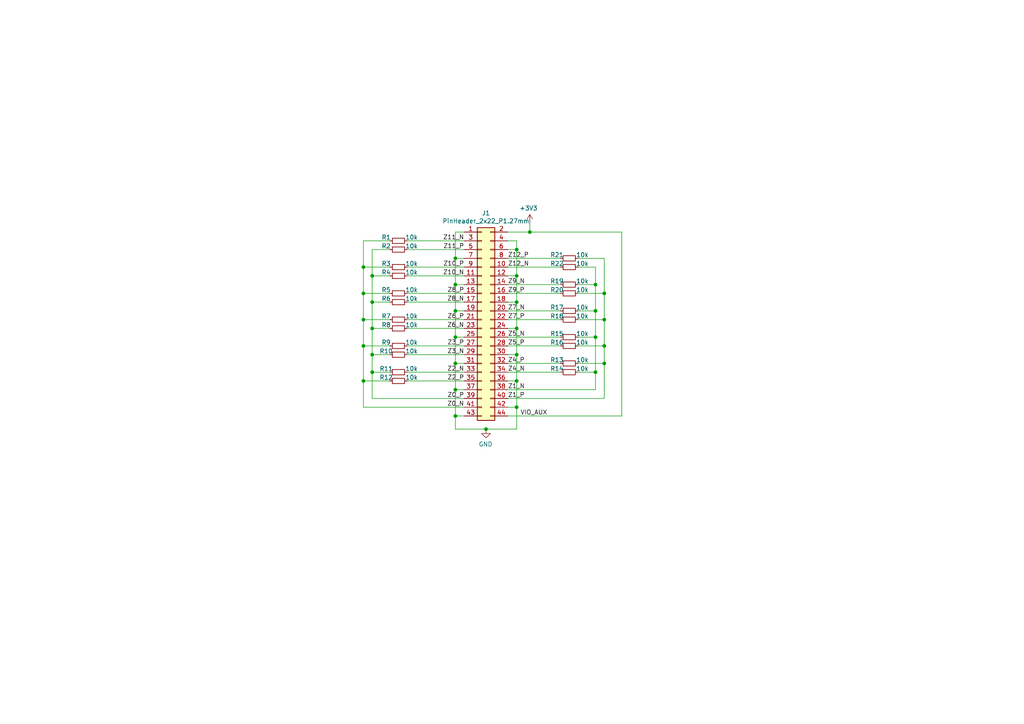
<source format=kicad_sch>
(kicad_sch (version 20231120) (generator "eeschema") (generator_version "8.0")
  (paper "A4")
  (lib_symbols
    (symbol "Connector_Generic:Conn_02x22_Odd_Even" (pin_names (offset 1.016) hide)
      (property "Reference" "J" (at 1.27 27.94 0))
      (property "Value" "Conn_02x22_Odd_Even" (at 1.27 -30.48 0))
      (symbol "Conn_02x22_Odd_Even_1_1"
        (rectangle (start -1.27 -27.813) (end 0 -28.067) (stroke (width 0.1524)))
        (rectangle (start -1.27 -25.273) (end 0 -25.527) (stroke (width 0.1524)))
        (rectangle (start -1.27 -22.733) (end 0 -22.987) (stroke (width 0.1524)))
        (rectangle (start -1.27 -20.193) (end 0 -20.447) (stroke (width 0.1524)))
        (rectangle (start -1.27 -17.653) (end 0 -17.907) (stroke (width 0.1524)))
        (rectangle (start -1.27 -15.113) (end 0 -15.367) (stroke (width 0.1524)))
        (rectangle (start -1.27 -12.573) (end 0 -12.827) (stroke (width 0.1524)))
        (rectangle (start -1.27 -10.033) (end 0 -10.287) (stroke (width 0.1524)))
        (rectangle (start -1.27 -7.493) (end 0 -7.747) (stroke (width 0.1524)))
        (rectangle (start -1.27 -4.953) (end 0 -5.207) (stroke (width 0.1524)))
        (rectangle (start -1.27 -2.413) (end 0 -2.667) (stroke (width 0.1524)))
        (rectangle (start -1.27 0.127) (end 0 -0.127) (stroke (width 0.1524)))
        (rectangle (start -1.27 2.667) (end 0 2.413) (stroke (width 0.1524)))
        (rectangle (start -1.27 5.207) (end 0 4.953) (stroke (width 0.1524)))
        (rectangle (start -1.27 7.747) (end 0 7.493) (stroke (width 0.1524)))
        (rectangle (start -1.27 10.287) (end 0 10.033) (stroke (width 0.1524)))
        (rectangle (start -1.27 12.827) (end 0 12.573) (stroke (width 0.1524)))
        (rectangle (start -1.27 15.367) (end 0 15.113) (stroke (width 0.1524)))
        (rectangle (start -1.27 17.907) (end 0 17.653) (stroke (width 0.1524)))
        (rectangle (start -1.27 20.447) (end 0 20.193) (stroke (width 0.1524)))
        (rectangle (start -1.27 22.987) (end 0 22.733) (stroke (width 0.1524)))
        (rectangle (start -1.27 25.527) (end 0 25.273) (stroke (width 0.1524)))
        (rectangle (start -1.27 26.67) (end 3.81 -29.21) (stroke (width 0.254)) (fill (type background)))
        (rectangle (start 3.81 -27.813) (end 2.54 -28.067) (stroke (width 0.1524)))
        (rectangle (start 3.81 -25.273) (end 2.54 -25.527) (stroke (width 0.1524)))
        (rectangle (start 3.81 -22.733) (end 2.54 -22.987) (stroke (width 0.1524)))
        (rectangle (start 3.81 -20.193) (end 2.54 -20.447) (stroke (width 0.1524)))
        (rectangle (start 3.81 -17.653) (end 2.54 -17.907) (stroke (width 0.1524)))
        (rectangle (start 3.81 -15.113) (end 2.54 -15.367) (stroke (width 0.1524)))
        (rectangle (start 3.81 -12.573) (end 2.54 -12.827) (stroke (width 0.1524)))
        (rectangle (start 3.81 -10.033) (end 2.54 -10.287) (stroke (width 0.1524)))
        (rectangle (start 3.81 -7.493) (end 2.54 -7.747) (stroke (width 0.1524)))
        (rectangle (start 3.81 -4.953) (end 2.54 -5.207) (stroke (width 0.1524)))
        (rectangle (start 3.81 -2.413) (end 2.54 -2.667) (stroke (width 0.1524)))
        (rectangle (start 3.81 0.127) (end 2.54 -0.127) (stroke (width 0.1524)))
        (rectangle (start 3.81 2.667) (end 2.54 2.413) (stroke (width 0.1524)))
        (rectangle (start 3.81 5.207) (end 2.54 4.953) (stroke (width 0.1524)))
        (rectangle (start 3.81 7.747) (end 2.54 7.493) (stroke (width 0.1524)))
        (rectangle (start 3.81 10.287) (end 2.54 10.033) (stroke (width 0.1524)))
        (rectangle (start 3.81 12.827) (end 2.54 12.573) (stroke (width 0.1524)))
        (rectangle (start 3.81 15.367) (end 2.54 15.113) (stroke (width 0.1524)))
        (rectangle (start 3.81 17.907) (end 2.54 17.653) (stroke (width 0.1524)))
        (rectangle (start 3.81 20.447) (end 2.54 20.193) (stroke (width 0.1524)))
        (rectangle (start 3.81 22.987) (end 2.54 22.733) (stroke (width 0.1524)))
        (rectangle (start 3.81 25.527) (end 2.54 25.273) (stroke (width 0.1524)))
        (pin passive line (at -5.08 25.4 0) (length 3.81) (name "Pin_1") (number "1"))
        (pin passive line (at 7.62 15.24 180) (length 3.81) (name "Pin_10") (number "10"))
        (pin passive line (at -5.08 12.7 0) (length 3.81) (name "Pin_11") (number "11"))
        (pin passive line (at 7.62 12.7 180) (length 3.81) (name "Pin_12") (number "12"))
        (pin passive line (at -5.08 10.16 0) (length 3.81) (name "Pin_13") (number "13"))
        (pin passive line (at 7.62 10.16 180) (length 3.81) (name "Pin_14") (number "14"))
        (pin passive line (at -5.08 7.62 0) (length 3.81) (name "Pin_15") (number "15"))
        (pin passive line (at 7.62 7.62 180) (length 3.81) (name "Pin_16") (number "16"))
        (pin passive line (at -5.08 5.08 0) (length 3.81) (name "Pin_17") (number "17"))
        (pin passive line (at 7.62 5.08 180) (length 3.81) (name "Pin_18") (number "18"))
        (pin passive line (at -5.08 2.54 0) (length 3.81) (name "Pin_19") (number "19"))
        (pin passive line (at 7.62 25.4 180) (length 3.81) (name "Pin_2") (number "2"))
        (pin passive line (at 7.62 2.54 180) (length 3.81) (name "Pin_20") (number "20"))
        (pin passive line (at -5.08 0 0) (length 3.81) (name "Pin_21") (number "21"))
        (pin passive line (at 7.62 0 180) (length 3.81) (name "Pin_22") (number "22"))
        (pin passive line (at -5.08 -2.54 0) (length 3.81) (name "Pin_23") (number "23"))
        (pin passive line (at 7.62 -2.54 180) (length 3.81) (name "Pin_24") (number "24"))
        (pin passive line (at -5.08 -5.08 0) (length 3.81) (name "Pin_25") (number "25"))
        (pin passive line (at 7.62 -5.08 180) (length 3.81) (name "Pin_26") (number "26"))
        (pin passive line (at -5.08 -7.62 0) (length 3.81) (name "Pin_27") (number "27"))
        (pin passive line (at 7.62 -7.62 180) (length 3.81) (name "Pin_28") (number "28"))
        (pin passive line (at -5.08 -10.16 0) (length 3.81) (name "Pin_29") (number "29"))
        (pin passive line (at -5.08 22.86 0) (length 3.81) (name "Pin_3") (number "3"))
        (pin passive line (at 7.62 -10.16 180) (length 3.81) (name "Pin_30") (number "30"))
        (pin passive line (at -5.08 -12.7 0) (length 3.81) (name "Pin_31") (number "31"))
        (pin passive line (at 7.62 -12.7 180) (length 3.81) (name "Pin_32") (number "32"))
        (pin passive line (at -5.08 -15.24 0) (length 3.81) (name "Pin_33") (number "33"))
        (pin passive line (at 7.62 -15.24 180) (length 3.81) (name "Pin_34") (number "34"))
        (pin passive line (at -5.08 -17.78 0) (length 3.81) (name "Pin_35") (number "35"))
        (pin passive line (at 7.62 -17.78 180) (length 3.81) (name "Pin_36") (number "36"))
        (pin passive line (at -5.08 -20.32 0) (length 3.81) (name "Pin_37") (number "37"))
        (pin passive line (at 7.62 -20.32 180) (length 3.81) (name "Pin_38") (number "38"))
        (pin passive line (at -5.08 -22.86 0) (length 3.81) (name "Pin_39") (number "39"))
        (pin passive line (at 7.62 22.86 180) (length 3.81) (name "Pin_4") (number "4"))
        (pin passive line (at 7.62 -22.86 180) (length 3.81) (name "Pin_40") (number "40"))
        (pin passive line (at -5.08 -25.4 0) (length 3.81) (name "Pin_41") (number "41"))
        (pin passive line (at 7.62 -25.4 180) (length 3.81) (name "Pin_42") (number "42"))
        (pin passive line (at -5.08 -27.94 0) (length 3.81) (name "Pin_43") (number "43"))
        (pin passive line (at 7.62 -27.94 180) (length 3.81) (name "Pin_44") (number "44"))
        (pin passive line (at -5.08 20.32 0) (length 3.81) (name "Pin_5") (number "5"))
        (pin passive line (at 7.62 20.32 180) (length 3.81) (name "Pin_6") (number "6"))
        (pin passive line (at -5.08 17.78 0) (length 3.81) (name "Pin_7") (number "7"))
        (pin passive line (at 7.62 17.78 180) (length 3.81) (name "Pin_8") (number "8"))
        (pin passive line (at -5.08 15.24 0) (length 3.81) (name "Pin_9") (number "9"))
      )
    )
    (symbol "Device:R_Small" (pin_numbers hide) (pin_names (offset 0.254) hide)
      (property "Reference" "R" (at 0.762 0.508 0))
      (property "Value" "R_Small" (at 0.762 -1.016 0))
      (symbol "R_Small_0_1"
        (rectangle (start -0.762 1.778) (end 0.762 -1.778) (stroke (width 0.2032)))
      )
      (symbol "R_Small_1_1"
        (pin passive line (at 0 2.54 270) (length 0.762) (name "~") (number "1"))
        (pin passive line (at 0 -2.54 90) (length 0.762) (name "~") (number "2"))
      )
    )
    (symbol "power:+3.3V" (power) (pin_names (offset 0))
      (property "Value" "+3.3V" (at 0 3.556 0))
      (symbol "+3.3V_0_1"
        (polyline (pts (xy -0.762 1.27) (xy 0 2.54)))
        (polyline (pts (xy 0 0) (xy 0 2.54)))
        (polyline (pts (xy 0 2.54) (xy 0.762 1.27)))
      )
      (symbol "+3.3V_1_1"
        (pin power_in line (at 0 0 90) (length 0) hide (name "+3V3") (number "1"))
      )
    )
    (symbol "power:GND" (power) (pin_names (offset 0))
      (property "Value" "GND" (at 0 -3.81 0))
      (symbol "GND_0_1"
        (polyline (pts (xy 0 0) (xy 0 -1.27) (xy 1.27 -1.27) (xy 0 -2.54) (xy -1.27 -1.27) (xy 0 -1.27)))
      )
      (symbol "GND_1_1"
        (pin power_in line (at 0 0 270) (length 0) hide (name "GND") (number "1"))
      )
    )
  )
  (junction (at 149.86 87.63))
  (junction (at 132.08 74.93))
  (junction (at 132.08 120.65))
  (junction (at 105.41 110.49))
  (junction (at 107.95 95.25))
  (junction (at 107.95 107.95))
  (junction (at 149.86 80.01))
  (junction (at 172.72 107.95))
  (junction (at 132.08 105.41))
  (junction (at 172.72 97.79))
  (junction (at 149.86 95.25))
  (junction (at 153.67 67.31))
  (junction (at 132.08 113.03))
  (junction (at 132.08 90.17))
  (junction (at 105.41 77.47))
  (junction (at 107.95 102.87))
  (junction (at 105.41 100.33))
  (junction (at 175.26 100.33))
  (junction (at 132.08 82.55))
  (junction (at 149.86 118.11))
  (junction (at 149.86 102.87))
  (junction (at 172.72 82.55))
  (junction (at 107.95 80.01))
  (junction (at 175.26 85.09))
  (junction (at 107.95 87.63))
  (junction (at 172.72 90.17))
  (junction (at 105.41 92.71))
  (junction (at 132.08 97.79))
  (junction (at 175.26 105.41))
  (junction (at 140.97 124.46))
  (junction (at 149.86 110.49))
  (junction (at 149.86 72.39))
  (junction (at 175.26 92.71))
  (junction (at 105.41 85.09))
  (wire (pts (xy 132.08 97.79) (xy 132.08 105.41)))
  (wire (pts (xy 175.26 85.09) (xy 175.26 92.71)))
  (wire (pts (xy 167.64 100.33) (xy 175.26 100.33)))
  (wire (pts (xy 132.08 82.55) (xy 132.08 90.17)))
  (wire (pts (xy 105.41 110.49) (xy 113.03 110.49)))
  (wire (pts (xy 149.86 95.25) (xy 149.86 102.87)))
  (wire (pts (xy 134.62 113.03) (xy 132.08 113.03)))
  (wire (pts (xy 105.41 110.49) (xy 105.41 118.11)))
  (wire (pts (xy 107.95 87.63) (xy 107.95 95.25)))
  (wire (pts (xy 167.64 105.41) (xy 175.26 105.41)))
  (wire (pts (xy 167.64 77.47) (xy 172.72 77.47)))
  (wire (pts (xy 107.95 115.57) (xy 134.62 115.57)))
  (wire (pts (xy 107.95 87.63) (xy 113.03 87.63)))
  (wire (pts (xy 132.08 113.03) (xy 132.08 120.65)))
  (wire (pts (xy 149.86 80.01) (xy 149.86 87.63)))
  (wire (pts (xy 147.32 90.17) (xy 162.56 90.17)))
  (wire (pts (xy 149.86 118.11) (xy 147.32 118.11)))
  (wire (pts (xy 153.67 67.31) (xy 180.34 67.31)))
  (wire (pts (xy 118.11 77.47) (xy 134.62 77.47)))
  (wire (pts (xy 147.32 115.57) (xy 175.26 115.57)))
  (wire (pts (xy 105.41 118.11) (xy 134.62 118.11)))
  (wire (pts (xy 149.86 87.63) (xy 149.86 95.25)))
  (wire (pts (xy 118.11 69.85) (xy 134.62 69.85)))
  (wire (pts (xy 149.86 69.85) (xy 149.86 72.39)))
  (wire (pts (xy 167.64 74.93) (xy 175.26 74.93)))
  (wire (pts (xy 175.26 92.71) (xy 175.26 100.33)))
  (wire (pts (xy 107.95 72.39) (xy 113.03 72.39)))
  (wire (pts (xy 172.72 90.17) (xy 172.72 97.79)))
  (wire (pts (xy 147.32 113.03) (xy 172.72 113.03)))
  (wire (pts (xy 132.08 105.41) (xy 132.08 113.03)))
  (wire (pts (xy 172.72 77.47) (xy 172.72 82.55)))
  (wire (pts (xy 118.11 102.87) (xy 134.62 102.87)))
  (wire (pts (xy 147.32 110.49) (xy 149.86 110.49)))
  (wire (pts (xy 149.86 124.46) (xy 140.97 124.46)))
  (wire (pts (xy 149.86 72.39) (xy 149.86 80.01)))
  (wire (pts (xy 107.95 107.95) (xy 107.95 115.57)))
  (wire (pts (xy 149.86 87.63) (xy 147.32 87.63)))
  (wire (pts (xy 149.86 118.11) (xy 149.86 124.46)))
  (wire (pts (xy 147.32 107.95) (xy 162.56 107.95)))
  (wire (pts (xy 175.26 100.33) (xy 175.26 105.41)))
  (wire (pts (xy 134.62 105.41) (xy 132.08 105.41)))
  (wire (pts (xy 147.32 120.65) (xy 180.34 120.65)))
  (wire (pts (xy 172.72 107.95) (xy 172.72 113.03)))
  (wire (pts (xy 147.32 77.47) (xy 162.56 77.47)))
  (wire (pts (xy 118.11 95.25) (xy 134.62 95.25)))
  (wire (pts (xy 149.86 102.87) (xy 149.86 110.49)))
  (wire (pts (xy 118.11 107.95) (xy 134.62 107.95)))
  (wire (pts (xy 118.11 100.33) (xy 134.62 100.33)))
  (wire (pts (xy 147.32 72.39) (xy 149.86 72.39)))
  (wire (pts (xy 167.64 90.17) (xy 172.72 90.17)))
  (wire (pts (xy 107.95 107.95) (xy 113.03 107.95)))
  (wire (pts (xy 149.86 110.49) (xy 149.86 118.11)))
  (wire (pts (xy 147.32 105.41) (xy 162.56 105.41)))
  (wire (pts (xy 107.95 80.01) (xy 107.95 87.63)))
  (wire (pts (xy 118.11 72.39) (xy 134.62 72.39)))
  (wire (pts (xy 147.32 100.33) (xy 162.56 100.33)))
  (wire (pts (xy 107.95 95.25) (xy 107.95 102.87)))
  (wire (pts (xy 105.41 85.09) (xy 113.03 85.09)))
  (wire (pts (xy 153.67 67.31) (xy 147.32 67.31)))
  (wire (pts (xy 134.62 74.93) (xy 132.08 74.93)))
  (wire (pts (xy 105.41 69.85) (xy 105.41 77.47)))
  (wire (pts (xy 175.26 105.41) (xy 175.26 115.57)))
  (wire (pts (xy 134.62 82.55) (xy 132.08 82.55)))
  (wire (pts (xy 118.11 85.09) (xy 134.62 85.09)))
  (wire (pts (xy 167.64 92.71) (xy 175.26 92.71)))
  (wire (pts (xy 107.95 80.01) (xy 113.03 80.01)))
  (wire (pts (xy 118.11 110.49) (xy 134.62 110.49)))
  (wire (pts (xy 147.32 97.79) (xy 162.56 97.79)))
  (wire (pts (xy 134.62 120.65) (xy 132.08 120.65)))
  (wire (pts (xy 167.64 97.79) (xy 172.72 97.79)))
  (wire (pts (xy 149.86 102.87) (xy 147.32 102.87)))
  (wire (pts (xy 105.41 85.09) (xy 105.41 92.71)))
  (wire (pts (xy 132.08 90.17) (xy 132.08 97.79)))
  (wire (pts (xy 105.41 77.47) (xy 113.03 77.47)))
  (wire (pts (xy 147.32 74.93) (xy 162.56 74.93)))
  (wire (pts (xy 172.72 97.79) (xy 172.72 107.95)))
  (wire (pts (xy 147.32 95.25) (xy 149.86 95.25)))
  (wire (pts (xy 134.62 90.17) (xy 132.08 90.17)))
  (wire (pts (xy 132.08 67.31) (xy 132.08 74.93)))
  (wire (pts (xy 180.34 67.31) (xy 180.34 120.65)))
  (wire (pts (xy 105.41 92.71) (xy 113.03 92.71)))
  (wire (pts (xy 134.62 67.31) (xy 132.08 67.31)))
  (wire (pts (xy 147.32 69.85) (xy 149.86 69.85)))
  (wire (pts (xy 132.08 74.93) (xy 132.08 82.55)))
  (wire (pts (xy 105.41 100.33) (xy 113.03 100.33)))
  (wire (pts (xy 147.32 92.71) (xy 162.56 92.71)))
  (wire (pts (xy 105.41 69.85) (xy 113.03 69.85)))
  (wire (pts (xy 105.41 100.33) (xy 105.41 110.49)))
  (wire (pts (xy 167.64 82.55) (xy 172.72 82.55)))
  (wire (pts (xy 105.41 77.47) (xy 105.41 85.09)))
  (wire (pts (xy 105.41 92.71) (xy 105.41 100.33)))
  (wire (pts (xy 118.11 80.01) (xy 134.62 80.01)))
  (wire (pts (xy 147.32 82.55) (xy 162.56 82.55)))
  (wire (pts (xy 107.95 72.39) (xy 107.95 80.01)))
  (wire (pts (xy 153.67 64.77) (xy 153.67 67.31)))
  (wire (pts (xy 147.32 85.09) (xy 162.56 85.09)))
  (wire (pts (xy 167.64 107.95) (xy 172.72 107.95)))
  (wire (pts (xy 118.11 87.63) (xy 134.62 87.63)))
  (wire (pts (xy 118.11 92.71) (xy 134.62 92.71)))
  (wire (pts (xy 132.08 120.65) (xy 132.08 124.46)))
  (wire (pts (xy 140.97 124.46) (xy 132.08 124.46)))
  (wire (pts (xy 175.26 74.93) (xy 175.26 85.09)))
  (wire (pts (xy 134.62 97.79) (xy 132.08 97.79)))
  (wire (pts (xy 107.95 102.87) (xy 113.03 102.87)))
  (wire (pts (xy 172.72 82.55) (xy 172.72 90.17)))
  (wire (pts (xy 167.64 85.09) (xy 175.26 85.09)))
  (wire (pts (xy 107.95 102.87) (xy 107.95 107.95)))
  (wire (pts (xy 107.95 95.25) (xy 113.03 95.25)))
  (wire (pts (xy 147.32 80.01) (xy 149.86 80.01)))
  (label "Z10_N" (at 134.62 80.01 180))
  (label "Z10_P" (at 134.62 77.47 180))
  (label "Z8_P" (at 134.62 85.09 180))
  (label "Z0_P" (at 134.62 115.57 180))
  (label "Z7_N" (at 147.32 90.17 0))
  (label "VIO_AUX" (at 158.75 120.65 180))
  (label "Z8_N" (at 134.62 87.63 180))
  (label "Z1_N" (at 147.32 113.03 0))
  (label "Z3_P" (at 134.62 100.33 180))
  (label "Z2_P" (at 134.62 110.49 180))
  (label "Z5_N" (at 147.32 97.79 0))
  (label "Z6_N" (at 134.62 95.25 180))
  (label "Z5_P" (at 147.32 100.33 0))
  (label "Z9_N" (at 147.32 82.55 0))
  (label "Z12_P" (at 147.32 74.93 0))
  (label "Z4_N" (at 147.32 107.95 0))
  (label "Z3_N" (at 134.62 102.87 180))
  (label "Z9_P" (at 147.32 85.09 0))
  (label "Z2_N" (at 134.62 107.95 180))
  (label "Z12_N" (at 147.32 77.47 0))
  (label "Z7_P" (at 147.32 92.71 0))
  (label "Z11_N" (at 134.62 69.85 180))
  (label "Z1_P" (at 147.32 115.57 0))
  (label "Z0_N" (at 134.62 118.11 180))
  (label "Z4_P" (at 147.32 105.41 0))
  (label "Z11_P" (at 134.62 72.39 180))
  (label "Z6_P" (at 134.62 92.71 180))
  (symbol (lib_id "Device:R_Small") (at 115.57 87.63 90) (unit 1)
    (property "Reference" "R6" (at 112.014 86.614 90))
    (property "Value" "10k" (at 119.38 86.614 90))
    (property "Footprint" "Resistor_SMD:R_0402_1005Metric" (effects (hide yes)))
    (property "Description" "Resistor, small symbol" (effects (hide yes)))
  )
  (symbol (lib_id "Device:R_Small") (at 165.1 74.93 90) (unit 1)
    (property "Reference" "R21" (at 161.544 73.914 90))
    (property "Value" "10k" (at 168.91 73.914 90))
    (property "Footprint" "Resistor_SMD:R_0402_1005Metric" (effects (hide yes)))
    (property "Description" "Resistor, small symbol" (effects (hide yes)))
  )
  (symbol (lib_id "Device:R_Small") (at 115.57 100.33 90) (unit 1)
    (property "Reference" "R9" (at 112.014 99.314 90))
    (property "Value" "10k" (at 119.38 99.314 90))
    (property "Footprint" "Resistor_SMD:R_0402_1005Metric" (effects (hide yes)))
    (property "Description" "Resistor, small symbol" (effects (hide yes)))
  )
  (symbol (lib_id "Device:R_Small") (at 165.1 92.71 90) (unit 1)
    (property "Reference" "R18" (at 161.544 91.694 90))
    (property "Value" "10k" (at 168.91 91.694 90))
    (property "Footprint" "Resistor_SMD:R_0402_1005Metric" (effects (hide yes)))
    (property "Description" "Resistor, small symbol" (effects (hide yes)))
  )
  (symbol (lib_id "power:+3.3V") (at 153.67 64.77 0) (mirror y) (unit 1)
    (property "Reference" "#PWR02" (effects (hide yes)))
    (property "Value" "+3V3" (at 153.289 60.3758 0))
  )
  (symbol (lib_id "Device:R_Small") (at 165.1 85.09 90) (unit 1)
    (property "Reference" "R20" (at 161.544 84.074 90))
    (property "Value" "10k" (at 168.91 84.074 90))
    (property "Footprint" "Resistor_SMD:R_0402_1005Metric" (effects (hide yes)))
    (property "Description" "Resistor, small symbol" (effects (hide yes)))
  )
  (symbol (lib_id "Device:R_Small") (at 115.57 80.01 90) (unit 1)
    (property "Reference" "R4" (at 112.014 78.994 90))
    (property "Value" "10k" (at 119.38 78.994 90))
    (property "Footprint" "Resistor_SMD:R_0402_1005Metric" (effects (hide yes)))
    (property "Description" "Resistor, small symbol" (effects (hide yes)))
  )
  (symbol (lib_id "Device:R_Small") (at 115.57 95.25 90) (unit 1)
    (property "Reference" "R8" (at 112.014 94.234 90))
    (property "Value" "10k" (at 119.38 94.234 90))
    (property "Footprint" "Resistor_SMD:R_0402_1005Metric" (effects (hide yes)))
    (property "Description" "Resistor, small symbol" (effects (hide yes)))
  )
  (symbol (lib_id "Device:R_Small") (at 165.1 90.17 90) (unit 1)
    (property "Reference" "R17" (at 161.544 89.154 90))
    (property "Value" "10k" (at 168.91 89.154 90))
    (property "Footprint" "Resistor_SMD:R_0402_1005Metric" (effects (hide yes)))
    (property "Description" "Resistor, small symbol" (effects (hide yes)))
  )
  (symbol (lib_id "Device:R_Small") (at 115.57 69.85 90) (unit 1)
    (property "Reference" "R1" (at 112.014 68.834 90))
    (property "Value" "10k" (at 119.38 68.834 90))
    (property "Footprint" "Resistor_SMD:R_0402_1005Metric" (effects (hide yes)))
    (property "Description" "Resistor, small symbol" (effects (hide yes)))
  )
  (symbol (lib_id "Connector_Generic:Conn_02x22_Odd_Even") (at 139.7 92.71 0) (unit 1)
    (property "Reference" "J1" (at 140.97 61.7982 0))
    (property "Value" "PinHeader_2x22_P1.27mm" (at 140.97 64.1096 0))
    (property "Footprint" "Glasgow:PinHeader_2x22_P1.27mm_Horizontal_BoardEdge_SMD" (effects (hide yes)))
    (property "1b2-bom-key" "conn-smd-005in-22-2-hdr" (effects (hide yes)))
    (property "MPN" "FTS-122-01-L-DV" (effects (hide yes)))
    (property "Mfg" "Samtec Inc." (effects (hide yes)))
  )
  (symbol (lib_id "power:GND") (at 140.97 124.46 0) (mirror y) (unit 1)
    (property "Reference" "#PWR01" (effects (hide yes)))
    (property "Value" "GND" (at 140.843 128.8542 0))
  )
  (symbol (lib_id "Device:R_Small") (at 115.57 102.87 90) (unit 1)
    (property "Reference" "R10" (at 112.014 101.854 90))
    (property "Value" "10k" (at 119.38 101.854 90))
    (property "Footprint" "Resistor_SMD:R_0402_1005Metric" (effects (hide yes)))
    (property "Description" "Resistor, small symbol" (effects (hide yes)))
  )
  (symbol (lib_id "Device:R_Small") (at 165.1 107.95 90) (unit 1)
    (property "Reference" "R14" (at 161.544 106.934 90))
    (property "Value" "10k" (at 168.91 106.934 90))
    (property "Footprint" "Resistor_SMD:R_0402_1005Metric" (effects (hide yes)))
    (property "Description" "Resistor, small symbol" (effects (hide yes)))
  )
  (symbol (lib_id "Device:R_Small") (at 165.1 105.41 90) (unit 1)
    (property "Reference" "R13" (at 161.544 104.394 90))
    (property "Value" "10k" (at 168.91 104.394 90))
    (property "Footprint" "Resistor_SMD:R_0402_1005Metric" (effects (hide yes)))
    (property "Description" "Resistor, small symbol" (effects (hide yes)))
  )
  (symbol (lib_id "Device:R_Small") (at 115.57 85.09 90) (unit 1)
    (property "Reference" "R5" (at 112.014 84.074 90))
    (property "Value" "10k" (at 119.38 84.074 90))
    (property "Footprint" "Resistor_SMD:R_0402_1005Metric" (effects (hide yes)))
    (property "Description" "Resistor, small symbol" (effects (hide yes)))
  )
  (symbol (lib_id "Device:R_Small") (at 165.1 77.47 90) (unit 1)
    (property "Reference" "R22" (at 161.544 76.454 90))
    (property "Value" "10k" (at 168.91 76.454 90))
    (property "Footprint" "Resistor_SMD:R_0402_1005Metric" (effects (hide yes)))
    (property "Description" "Resistor, small symbol" (effects (hide yes)))
  )
  (symbol (lib_id "Device:R_Small") (at 165.1 82.55 90) (unit 1)
    (property "Reference" "R19" (at 161.544 81.534 90))
    (property "Value" "10k" (at 168.91 81.534 90))
    (property "Footprint" "Resistor_SMD:R_0402_1005Metric" (effects (hide yes)))
    (property "Description" "Resistor, small symbol" (effects (hide yes)))
  )
  (symbol (lib_id "Device:R_Small") (at 165.1 97.79 90) (unit 1)
    (property "Reference" "R15" (at 161.544 96.774 90))
    (property "Value" "10k" (at 168.91 96.774 90))
    (property "Footprint" "Resistor_SMD:R_0402_1005Metric" (effects (hide yes)))
    (property "Description" "Resistor, small symbol" (effects (hide yes)))
  )
  (symbol (lib_id "Device:R_Small") (at 115.57 72.39 90) (unit 1)
    (property "Reference" "R2" (at 112.014 71.374 90))
    (property "Value" "10k" (at 119.38 71.374 90))
    (property "Footprint" "Resistor_SMD:R_0402_1005Metric" (effects (hide yes)))
    (property "Description" "Resistor, small symbol" (effects (hide yes)))
  )
  (symbol (lib_id "Device:R_Small") (at 115.57 92.71 90) (unit 1)
    (property "Reference" "R7" (at 112.014 91.694 90))
    (property "Value" "10k" (at 119.38 91.694 90))
    (property "Footprint" "Resistor_SMD:R_0402_1005Metric" (effects (hide yes)))
    (property "Description" "Resistor, small symbol" (effects (hide yes)))
  )
  (symbol (lib_id "Device:R_Small") (at 165.1 100.33 90) (unit 1)
    (property "Reference" "R16" (at 161.544 99.314 90))
    (property "Value" "10k" (at 168.91 99.314 90))
    (property "Footprint" "Resistor_SMD:R_0402_1005Metric" (effects (hide yes)))
    (property "Description" "Resistor, small symbol" (effects (hide yes)))
  )
  (symbol (lib_id "Device:R_Small") (at 115.57 107.95 90) (unit 1)
    (property "Reference" "R11" (at 112.014 106.934 90))
    (property "Value" "10k" (at 119.38 106.934 90))
    (property "Footprint" "Resistor_SMD:R_0402_1005Metric" (effects (hide yes)))
    (property "Description" "Resistor, small symbol" (effects (hide yes)))
  )
  (symbol (lib_id "Device:R_Small") (at 115.57 77.47 90) (unit 1)
    (property "Reference" "R3" (at 112.014 76.454 90))
    (property "Value" "10k" (at 119.38 76.454 90))
    (property "Footprint" "Resistor_SMD:R_0402_1005Metric" (effects (hide yes)))
    (property "Description" "Resistor, small symbol" (effects (hide yes)))
  )
  (symbol (lib_id "Device:R_Small") (at 115.57 110.49 90) (unit 1)
    (property "Reference" "R12" (at 112.014 109.474 90))
    (property "Value" "10k" (at 119.38 109.474 90))
    (property "Footprint" "Resistor_SMD:R_0402_1005Metric" (effects (hide yes)))
    (property "Description" "Resistor, small symbol" (effects (hide yes)))
  )
)
</source>
